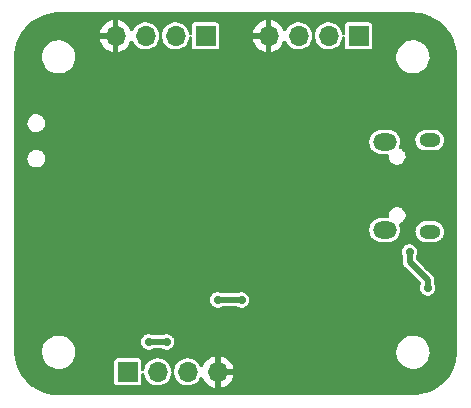
<source format=gbr>
%TF.GenerationSoftware,KiCad,Pcbnew,(6.0.10)*%
%TF.CreationDate,2024-12-04T22:05:22+05:30*%
%TF.ProjectId,STM32 Based PCB Design,53544d33-3220-4426-9173-656420504342,rev?*%
%TF.SameCoordinates,Original*%
%TF.FileFunction,Copper,L2,Bot*%
%TF.FilePolarity,Positive*%
%FSLAX46Y46*%
G04 Gerber Fmt 4.6, Leading zero omitted, Abs format (unit mm)*
G04 Created by KiCad (PCBNEW (6.0.10)) date 2024-12-04 22:05:22*
%MOMM*%
%LPD*%
G01*
G04 APERTURE LIST*
%TA.AperFunction,ComponentPad*%
%ADD10O,2.000000X1.450000*%
%TD*%
%TA.AperFunction,ComponentPad*%
%ADD11O,1.800000X1.150000*%
%TD*%
%TA.AperFunction,ComponentPad*%
%ADD12R,1.700000X1.700000*%
%TD*%
%TA.AperFunction,ComponentPad*%
%ADD13O,1.700000X1.700000*%
%TD*%
%TA.AperFunction,ViaPad*%
%ADD14C,0.700000*%
%TD*%
%TA.AperFunction,Conductor*%
%ADD15C,0.500000*%
%TD*%
G04 APERTURE END LIST*
D10*
%TO.P,J4,6,Shield*%
%TO.N,unconnected-(J4-Pad6)*%
X216336000Y-85429000D03*
D11*
X220136000Y-93029000D03*
D10*
X216336000Y-92879000D03*
D11*
X220136000Y-85279000D03*
%TD*%
D12*
%TO.P,J3,1,Pin_1*%
%TO.N,+3.3V*%
X214112000Y-76454000D03*
D13*
%TO.P,J3,2,Pin_2*%
%TO.N,/SWDIO*%
X211572000Y-76454000D03*
%TO.P,J3,3,Pin_3*%
%TO.N,/SWCLK*%
X209032000Y-76454000D03*
%TO.P,J3,4,Pin_4*%
%TO.N,GND*%
X206492000Y-76454000D03*
%TD*%
D12*
%TO.P,J1,1,Pin_1*%
%TO.N,+3.3V*%
X194574000Y-104902000D03*
D13*
%TO.P,J1,2,Pin_2*%
%TO.N,/I2C2_SCL*%
X197114000Y-104902000D03*
%TO.P,J1,3,Pin_3*%
%TO.N,/I2C2_SDA*%
X199654000Y-104902000D03*
%TO.P,J1,4,Pin_4*%
%TO.N,GND*%
X202194000Y-104902000D03*
%TD*%
D12*
%TO.P,J2,1,Pin_1*%
%TO.N,+3.3V*%
X201158000Y-76454000D03*
D13*
%TO.P,J2,2,Pin_2*%
%TO.N,/UART1_RX*%
X198618000Y-76454000D03*
%TO.P,J2,3,Pin_3*%
%TO.N,/UART1_TX*%
X196078000Y-76454000D03*
%TO.P,J2,4,Pin_4*%
%TO.N,GND*%
X193538000Y-76454000D03*
%TD*%
D14*
%TO.N,+3.3V*%
X219964000Y-97790000D03*
X218440000Y-94742000D03*
X196342000Y-102362000D03*
X202184000Y-98806000D03*
X197866000Y-102362000D03*
X204216000Y-98806000D03*
%TO.N,GND*%
X213106000Y-93472000D03*
X216916000Y-98044000D03*
X199390000Y-91694000D03*
X213614000Y-97282000D03*
X194564000Y-86614000D03*
X204324000Y-93072000D03*
X209042000Y-88625499D03*
X201676000Y-96266000D03*
X195834000Y-85598000D03*
X188976000Y-82042000D03*
X213106000Y-92456000D03*
X199644000Y-87630000D03*
X219964000Y-96012000D03*
X195580000Y-89916000D03*
X192874000Y-86956000D03*
X194818000Y-95250000D03*
X194818000Y-98552000D03*
X215138000Y-87884000D03*
X212598000Y-97282000D03*
%TD*%
D15*
%TO.N,+3.3V*%
X219964000Y-97282000D02*
X219964000Y-97790000D01*
X218440000Y-94742000D02*
X218440000Y-95619371D01*
X204216000Y-98806000D02*
X202184000Y-98806000D01*
X197866000Y-102362000D02*
X196342000Y-102362000D01*
X219964000Y-97143371D02*
X219964000Y-97282000D01*
X218440000Y-95619371D02*
X219964000Y-97143371D01*
%TD*%
%TA.AperFunction,Conductor*%
%TO.N,GND*%
G36*
X218662423Y-74470298D02*
G01*
X218678893Y-74473134D01*
X218689567Y-74471208D01*
X218696535Y-74471180D01*
X218713343Y-74470057D01*
X219042675Y-74484951D01*
X219054819Y-74486101D01*
X219409207Y-74537351D01*
X219421166Y-74539686D01*
X219755760Y-74622292D01*
X219768796Y-74625511D01*
X219780482Y-74629014D01*
X220118001Y-74748586D01*
X220129286Y-74753221D01*
X220453418Y-74905380D01*
X220464177Y-74911093D01*
X220599543Y-74991743D01*
X220771790Y-75094367D01*
X220781951Y-75101119D01*
X221070068Y-75313738D01*
X221079516Y-75321457D01*
X221345330Y-75561346D01*
X221353974Y-75569955D01*
X221451371Y-75677009D01*
X221590330Y-75829747D01*
X221594938Y-75834812D01*
X221602689Y-75844223D01*
X221748332Y-76039931D01*
X221816461Y-76131479D01*
X221823252Y-76141609D01*
X222007766Y-76448490D01*
X222013521Y-76459225D01*
X222166983Y-76782746D01*
X222171660Y-76794006D01*
X222201977Y-76878501D01*
X222292589Y-77131045D01*
X222296139Y-77142717D01*
X222383359Y-77489994D01*
X222385745Y-77501958D01*
X222438418Y-77856127D01*
X222439617Y-77868268D01*
X222442923Y-77935388D01*
X222454530Y-78171031D01*
X222455828Y-78197393D01*
X222454748Y-78214598D01*
X222454748Y-78221316D01*
X222452864Y-78232000D01*
X222454748Y-78242683D01*
X222455616Y-78247606D01*
X222457500Y-78269139D01*
X222457500Y-103086861D01*
X222455616Y-103108391D01*
X222452864Y-103124000D01*
X222454748Y-103134684D01*
X222454748Y-103141609D01*
X222455807Y-103158467D01*
X222440368Y-103472749D01*
X222439677Y-103486805D01*
X222438484Y-103498912D01*
X222386097Y-103852080D01*
X222386079Y-103852198D01*
X222383707Y-103864121D01*
X222340815Y-104035357D01*
X222296926Y-104210573D01*
X222293394Y-104222217D01*
X222173073Y-104558493D01*
X222168416Y-104569736D01*
X222015713Y-104892600D01*
X222009976Y-104903332D01*
X221826370Y-105209659D01*
X221819610Y-105219777D01*
X221606851Y-105506650D01*
X221599131Y-105516056D01*
X221359287Y-105780682D01*
X221350682Y-105789287D01*
X221086056Y-106029131D01*
X221076650Y-106036851D01*
X220789777Y-106249610D01*
X220779659Y-106256370D01*
X220473332Y-106439976D01*
X220462600Y-106445713D01*
X220139736Y-106598416D01*
X220128493Y-106603073D01*
X219792217Y-106723394D01*
X219780573Y-106726926D01*
X219434121Y-106813707D01*
X219422206Y-106816077D01*
X219068912Y-106868484D01*
X219056808Y-106869677D01*
X218728467Y-106885807D01*
X218711609Y-106884748D01*
X218704684Y-106884748D01*
X218694000Y-106882864D01*
X218678391Y-106885616D01*
X218656861Y-106887500D01*
X188518978Y-106887500D01*
X188509064Y-106886309D01*
X188509034Y-106886766D01*
X188498206Y-106886067D01*
X188487668Y-106883499D01*
X188476884Y-106884690D01*
X188470683Y-106884290D01*
X188453023Y-106884276D01*
X188140392Y-106849249D01*
X188128887Y-106847407D01*
X187792829Y-106777283D01*
X187781546Y-106774369D01*
X187453548Y-106672957D01*
X187442587Y-106668994D01*
X187125585Y-106537203D01*
X187115049Y-106532229D01*
X186811837Y-106371220D01*
X186801816Y-106365278D01*
X186515083Y-106176479D01*
X186505665Y-106169622D01*
X186237933Y-105954692D01*
X186229213Y-105946989D01*
X186074346Y-105796646D01*
X193423500Y-105796646D01*
X193426618Y-105822846D01*
X193472061Y-105925153D01*
X193551287Y-106004241D01*
X193561758Y-106008870D01*
X193561759Y-106008871D01*
X193645147Y-106045737D01*
X193645149Y-106045738D01*
X193653673Y-106049506D01*
X193679354Y-106052500D01*
X195468646Y-106052500D01*
X195472300Y-106052065D01*
X195472302Y-106052065D01*
X195477266Y-106051474D01*
X195494846Y-106049382D01*
X195597153Y-106003939D01*
X195676241Y-105924713D01*
X195721506Y-105822327D01*
X195724500Y-105796646D01*
X195724500Y-105082300D01*
X195744185Y-105015261D01*
X195796989Y-104969506D01*
X195866147Y-104959562D01*
X195929703Y-104988587D01*
X195967477Y-105047365D01*
X195972234Y-105074190D01*
X195972423Y-105077072D01*
X195972425Y-105077082D01*
X195972796Y-105082749D01*
X196024845Y-105287690D01*
X196027219Y-105292841D01*
X196027221Y-105292845D01*
X196064908Y-105374594D01*
X196113369Y-105479714D01*
X196235405Y-105652391D01*
X196386865Y-105799937D01*
X196391588Y-105803093D01*
X196391592Y-105803096D01*
X196462663Y-105850584D01*
X196562677Y-105917411D01*
X196756953Y-106000878D01*
X196792277Y-106008871D01*
X196957638Y-106046289D01*
X196957642Y-106046290D01*
X196963186Y-106047544D01*
X197089315Y-106052500D01*
X197168789Y-106055623D01*
X197168791Y-106055623D01*
X197174470Y-106055846D01*
X197180090Y-106055031D01*
X197180092Y-106055031D01*
X197378103Y-106026320D01*
X197378104Y-106026320D01*
X197383730Y-106025504D01*
X197402588Y-106019103D01*
X197578565Y-105959367D01*
X197578568Y-105959366D01*
X197583955Y-105957537D01*
X197588916Y-105954759D01*
X197588922Y-105954756D01*
X197695530Y-105895052D01*
X197768442Y-105854219D01*
X197806165Y-105822846D01*
X197926645Y-105722644D01*
X197931012Y-105719012D01*
X197973282Y-105668188D01*
X198062584Y-105560813D01*
X198062585Y-105560811D01*
X198066219Y-105556442D01*
X198132479Y-105438127D01*
X198166756Y-105376922D01*
X198166759Y-105376916D01*
X198169537Y-105371955D01*
X198185232Y-105325721D01*
X198235675Y-105177118D01*
X198237504Y-105171730D01*
X198239726Y-105156404D01*
X198261820Y-105004033D01*
X198290921Y-104940512D01*
X198344225Y-104906346D01*
X198424974Y-104906346D01*
X198478347Y-104940736D01*
X198507296Y-105004327D01*
X198508271Y-105013707D01*
X198512796Y-105082749D01*
X198564845Y-105287690D01*
X198567219Y-105292841D01*
X198567221Y-105292845D01*
X198604908Y-105374594D01*
X198653369Y-105479714D01*
X198775405Y-105652391D01*
X198926865Y-105799937D01*
X198931588Y-105803093D01*
X198931592Y-105803096D01*
X199002663Y-105850584D01*
X199102677Y-105917411D01*
X199296953Y-106000878D01*
X199332277Y-106008871D01*
X199497638Y-106046289D01*
X199497642Y-106046290D01*
X199503186Y-106047544D01*
X199629315Y-106052500D01*
X199708789Y-106055623D01*
X199708791Y-106055623D01*
X199714470Y-106055846D01*
X199720090Y-106055031D01*
X199720092Y-106055031D01*
X199918103Y-106026320D01*
X199918104Y-106026320D01*
X199923730Y-106025504D01*
X199942588Y-106019103D01*
X200118565Y-105959367D01*
X200118568Y-105959366D01*
X200123955Y-105957537D01*
X200128916Y-105954759D01*
X200128922Y-105954756D01*
X200235530Y-105895052D01*
X200308442Y-105854219D01*
X200346165Y-105822846D01*
X200466645Y-105722644D01*
X200471012Y-105719012D01*
X200513282Y-105668188D01*
X200602584Y-105560813D01*
X200602585Y-105560811D01*
X200606219Y-105556442D01*
X200708059Y-105374594D01*
X200757990Y-105325721D01*
X200826418Y-105311601D01*
X200891617Y-105336717D01*
X200928630Y-105382778D01*
X201018110Y-105574667D01*
X201023508Y-105584017D01*
X201152784Y-105768643D01*
X201159719Y-105776907D01*
X201319091Y-105936279D01*
X201327357Y-105943215D01*
X201511992Y-106072498D01*
X201521324Y-106077886D01*
X201725603Y-106173143D01*
X201735736Y-106176832D01*
X201926779Y-106228022D01*
X201940653Y-106227691D01*
X201944000Y-106219875D01*
X201944000Y-106214806D01*
X202444000Y-106214806D01*
X202447910Y-106228123D01*
X202456326Y-106229333D01*
X202652264Y-106176832D01*
X202662397Y-106173143D01*
X202866676Y-106077886D01*
X202876008Y-106072498D01*
X203060643Y-105943215D01*
X203068909Y-105936279D01*
X203228281Y-105776907D01*
X203235216Y-105768643D01*
X203364492Y-105584017D01*
X203369890Y-105574667D01*
X203465143Y-105370397D01*
X203468832Y-105360264D01*
X203520022Y-105169221D01*
X203519691Y-105155347D01*
X203511875Y-105152000D01*
X202461830Y-105152000D01*
X202446831Y-105156404D01*
X202445644Y-105157774D01*
X202444000Y-105165332D01*
X202444000Y-106214806D01*
X201944000Y-106214806D01*
X201944000Y-104634170D01*
X202444000Y-104634170D01*
X202448404Y-104649169D01*
X202449774Y-104650356D01*
X202457332Y-104652000D01*
X203506806Y-104652000D01*
X203520123Y-104648090D01*
X203521333Y-104639674D01*
X203468832Y-104443736D01*
X203465143Y-104433603D01*
X203369890Y-104229333D01*
X203364492Y-104219983D01*
X203235216Y-104035357D01*
X203228281Y-104027093D01*
X203068909Y-103867721D01*
X203060643Y-103860785D01*
X202876008Y-103731502D01*
X202866676Y-103726114D01*
X202662397Y-103630857D01*
X202652264Y-103627168D01*
X202461221Y-103575978D01*
X202447347Y-103576309D01*
X202444000Y-103584125D01*
X202444000Y-104634170D01*
X201944000Y-104634170D01*
X201944000Y-103589194D01*
X201940090Y-103575877D01*
X201931674Y-103574667D01*
X201735736Y-103627168D01*
X201725603Y-103630857D01*
X201521333Y-103726110D01*
X201511983Y-103731508D01*
X201327357Y-103860784D01*
X201319093Y-103867719D01*
X201159719Y-104027093D01*
X201152784Y-104035357D01*
X201023508Y-104219983D01*
X201018110Y-104229333D01*
X200926664Y-104425438D01*
X200880491Y-104477877D01*
X200813298Y-104497029D01*
X200746417Y-104476813D01*
X200703071Y-104427878D01*
X200639165Y-104298290D01*
X200512651Y-104128867D01*
X200508481Y-104125012D01*
X200508478Y-104125009D01*
X200402552Y-104027093D01*
X200357381Y-103985337D01*
X200351574Y-103981673D01*
X200183363Y-103875539D01*
X200183361Y-103875538D01*
X200178554Y-103872505D01*
X199982160Y-103794152D01*
X199976579Y-103793042D01*
X199976576Y-103793041D01*
X199878468Y-103773527D01*
X199774775Y-103752901D01*
X199769088Y-103752827D01*
X199769083Y-103752826D01*
X199569034Y-103750207D01*
X199569029Y-103750207D01*
X199563346Y-103750133D01*
X199557742Y-103751096D01*
X199557741Y-103751096D01*
X199360550Y-103784979D01*
X199360547Y-103784980D01*
X199354953Y-103785941D01*
X199156575Y-103859127D01*
X199151697Y-103862029D01*
X199151695Y-103862030D01*
X198979740Y-103964332D01*
X198979737Y-103964334D01*
X198974856Y-103967238D01*
X198815881Y-104106655D01*
X198812362Y-104111119D01*
X198812359Y-104111122D01*
X198761836Y-104175211D01*
X198684976Y-104272708D01*
X198586523Y-104459836D01*
X198584837Y-104465267D01*
X198584835Y-104465271D01*
X198556117Y-104557760D01*
X198523820Y-104661773D01*
X198506851Y-104805140D01*
X198479425Y-104869398D01*
X198424974Y-104906346D01*
X198344225Y-104906346D01*
X198344667Y-104906063D01*
X198292057Y-104874081D01*
X198261453Y-104811271D01*
X198260232Y-104801909D01*
X198250601Y-104697100D01*
X198250081Y-104691440D01*
X198192686Y-104487931D01*
X198099165Y-104298290D01*
X197972651Y-104128867D01*
X197968481Y-104125012D01*
X197968478Y-104125009D01*
X197862552Y-104027093D01*
X197817381Y-103985337D01*
X197811574Y-103981673D01*
X197643363Y-103875539D01*
X197643361Y-103875538D01*
X197638554Y-103872505D01*
X197442160Y-103794152D01*
X197436579Y-103793042D01*
X197436576Y-103793041D01*
X197338468Y-103773527D01*
X197234775Y-103752901D01*
X197229088Y-103752827D01*
X197229083Y-103752826D01*
X197029034Y-103750207D01*
X197029029Y-103750207D01*
X197023346Y-103750133D01*
X197017742Y-103751096D01*
X197017741Y-103751096D01*
X196820550Y-103784979D01*
X196820547Y-103784980D01*
X196814953Y-103785941D01*
X196616575Y-103859127D01*
X196611697Y-103862029D01*
X196611695Y-103862030D01*
X196439740Y-103964332D01*
X196439737Y-103964334D01*
X196434856Y-103967238D01*
X196275881Y-104106655D01*
X196272362Y-104111119D01*
X196272359Y-104111122D01*
X196221836Y-104175211D01*
X196144976Y-104272708D01*
X196046523Y-104459836D01*
X196044837Y-104465267D01*
X196044835Y-104465271D01*
X196016117Y-104557760D01*
X195983820Y-104661773D01*
X195983152Y-104667418D01*
X195983151Y-104667422D01*
X195971640Y-104764681D01*
X195944213Y-104828942D01*
X195886397Y-104868173D01*
X195816549Y-104869919D01*
X195756845Y-104833625D01*
X195726241Y-104770814D01*
X195724500Y-104750106D01*
X195724500Y-104007354D01*
X195721382Y-103981154D01*
X195675939Y-103878847D01*
X195596713Y-103799759D01*
X195586242Y-103795130D01*
X195586241Y-103795129D01*
X195502853Y-103758263D01*
X195502851Y-103758262D01*
X195494327Y-103754494D01*
X195468646Y-103751500D01*
X193679354Y-103751500D01*
X193675700Y-103751935D01*
X193675698Y-103751935D01*
X193670734Y-103752526D01*
X193653154Y-103754618D01*
X193550847Y-103800061D01*
X193471759Y-103879287D01*
X193467130Y-103889758D01*
X193467129Y-103889759D01*
X193432543Y-103967991D01*
X193426494Y-103981673D01*
X193423500Y-104007354D01*
X193423500Y-105796646D01*
X186074346Y-105796646D01*
X185982889Y-105707861D01*
X185974913Y-105699354D01*
X185752159Y-105438127D01*
X185745014Y-105428902D01*
X185547814Y-105147910D01*
X185541567Y-105138053D01*
X185371649Y-104839756D01*
X185366357Y-104829356D01*
X185225233Y-104516412D01*
X185220942Y-104505560D01*
X185109864Y-104180737D01*
X185106612Y-104169530D01*
X185026560Y-103835710D01*
X185024375Y-103824247D01*
X184996358Y-103627168D01*
X184976056Y-103484359D01*
X184974960Y-103472749D01*
X184971689Y-103403295D01*
X184960501Y-103165789D01*
X187317996Y-103165789D01*
X187326913Y-103403295D01*
X187327990Y-103408430D01*
X187327991Y-103408435D01*
X187365918Y-103589194D01*
X187375719Y-103635904D01*
X187463020Y-103856963D01*
X187465741Y-103861447D01*
X187465743Y-103861451D01*
X187552061Y-104003698D01*
X187586319Y-104060153D01*
X187742090Y-104239664D01*
X187925880Y-104390362D01*
X187930441Y-104392958D01*
X187930442Y-104392959D01*
X188127875Y-104505345D01*
X188127880Y-104505347D01*
X188132433Y-104507939D01*
X188355844Y-104589034D01*
X188589725Y-104631326D01*
X188614619Y-104632500D01*
X188781680Y-104632500D01*
X188784296Y-104632278D01*
X188784297Y-104632278D01*
X188953590Y-104617913D01*
X188958823Y-104617469D01*
X189188874Y-104557760D01*
X189405576Y-104460143D01*
X189602732Y-104327409D01*
X189774705Y-104163355D01*
X189916579Y-103972670D01*
X189967505Y-103872505D01*
X190021913Y-103765493D01*
X190021915Y-103765488D01*
X190024295Y-103760807D01*
X190026256Y-103754494D01*
X190093215Y-103538848D01*
X190094775Y-103533824D01*
X190126004Y-103298211D01*
X190121032Y-103165789D01*
X217317996Y-103165789D01*
X217326913Y-103403295D01*
X217327990Y-103408430D01*
X217327991Y-103408435D01*
X217365918Y-103589194D01*
X217375719Y-103635904D01*
X217463020Y-103856963D01*
X217465741Y-103861447D01*
X217465743Y-103861451D01*
X217552061Y-104003698D01*
X217586319Y-104060153D01*
X217742090Y-104239664D01*
X217925880Y-104390362D01*
X217930441Y-104392958D01*
X217930442Y-104392959D01*
X218127875Y-104505345D01*
X218127880Y-104505347D01*
X218132433Y-104507939D01*
X218355844Y-104589034D01*
X218589725Y-104631326D01*
X218614619Y-104632500D01*
X218781680Y-104632500D01*
X218784296Y-104632278D01*
X218784297Y-104632278D01*
X218953590Y-104617913D01*
X218958823Y-104617469D01*
X219188874Y-104557760D01*
X219405576Y-104460143D01*
X219602732Y-104327409D01*
X219774705Y-104163355D01*
X219916579Y-103972670D01*
X219967505Y-103872505D01*
X220021913Y-103765493D01*
X220021915Y-103765488D01*
X220024295Y-103760807D01*
X220026256Y-103754494D01*
X220093215Y-103538848D01*
X220094775Y-103533824D01*
X220126004Y-103298211D01*
X220119062Y-103113317D01*
X220117284Y-103065949D01*
X220117284Y-103065948D01*
X220117087Y-103060705D01*
X220107198Y-103013571D01*
X220069361Y-102833242D01*
X220069360Y-102833239D01*
X220068281Y-102828096D01*
X220061291Y-102810395D01*
X220011277Y-102683754D01*
X219980980Y-102607037D01*
X219935203Y-102531598D01*
X219860408Y-102408341D01*
X219857681Y-102403847D01*
X219701910Y-102224336D01*
X219518120Y-102073638D01*
X219503662Y-102065408D01*
X219316125Y-101958655D01*
X219316120Y-101958653D01*
X219311567Y-101956061D01*
X219088156Y-101874966D01*
X218854275Y-101832674D01*
X218829381Y-101831500D01*
X218662320Y-101831500D01*
X218659704Y-101831722D01*
X218659703Y-101831722D01*
X218648484Y-101832674D01*
X218485177Y-101846531D01*
X218255126Y-101906240D01*
X218038424Y-102003857D01*
X217841268Y-102136591D01*
X217669295Y-102300645D01*
X217527421Y-102491330D01*
X217525042Y-102496008D01*
X217525042Y-102496009D01*
X217432675Y-102677683D01*
X217419705Y-102703193D01*
X217418146Y-102708213D01*
X217418145Y-102708216D01*
X217387925Y-102805542D01*
X217349225Y-102930176D01*
X217348534Y-102935386D01*
X217348534Y-102935388D01*
X217320804Y-103144606D01*
X217317996Y-103165789D01*
X190121032Y-103165789D01*
X190119062Y-103113317D01*
X190117284Y-103065949D01*
X190117284Y-103065948D01*
X190117087Y-103060705D01*
X190107198Y-103013571D01*
X190069361Y-102833242D01*
X190069360Y-102833239D01*
X190068281Y-102828096D01*
X190061291Y-102810395D01*
X190011277Y-102683754D01*
X189980980Y-102607037D01*
X189935203Y-102531598D01*
X189860408Y-102408341D01*
X189857681Y-102403847D01*
X189815414Y-102355138D01*
X195686758Y-102355138D01*
X195687578Y-102362566D01*
X195687578Y-102362568D01*
X195700814Y-102482459D01*
X195704035Y-102511633D01*
X195758143Y-102659490D01*
X195845958Y-102790172D01*
X195868183Y-102810395D01*
X195956878Y-102891102D01*
X195956882Y-102891105D01*
X195962410Y-102896135D01*
X195968980Y-102899702D01*
X195968981Y-102899703D01*
X196094208Y-102967696D01*
X196100776Y-102971262D01*
X196203031Y-102998088D01*
X196245841Y-103009319D01*
X196245843Y-103009319D01*
X196253069Y-103011215D01*
X196330127Y-103012425D01*
X196403025Y-103013571D01*
X196403028Y-103013571D01*
X196410495Y-103013688D01*
X196417776Y-103012020D01*
X196417780Y-103012020D01*
X196556677Y-102980208D01*
X196556678Y-102980208D01*
X196563968Y-102978538D01*
X196668981Y-102925722D01*
X196724697Y-102912500D01*
X197485058Y-102912500D01*
X197544226Y-102927527D01*
X197624776Y-102971262D01*
X197727031Y-102998088D01*
X197769841Y-103009319D01*
X197769843Y-103009319D01*
X197777069Y-103011215D01*
X197854127Y-103012425D01*
X197927025Y-103013571D01*
X197927028Y-103013571D01*
X197934495Y-103013688D01*
X197941776Y-103012020D01*
X197941780Y-103012020D01*
X198080681Y-102980207D01*
X198087968Y-102978538D01*
X198228625Y-102907795D01*
X198234306Y-102902943D01*
X198234309Y-102902941D01*
X198342666Y-102810395D01*
X198342667Y-102810394D01*
X198348348Y-102805542D01*
X198359393Y-102790172D01*
X198379798Y-102761775D01*
X198440224Y-102677683D01*
X198498950Y-102531598D01*
X198500793Y-102518649D01*
X198520562Y-102379744D01*
X198520562Y-102379740D01*
X198521134Y-102375723D01*
X198521278Y-102362000D01*
X198513853Y-102300645D01*
X198503262Y-102213119D01*
X198503261Y-102213115D01*
X198502363Y-102205694D01*
X198453721Y-102076966D01*
X198449354Y-102065408D01*
X198449352Y-102065405D01*
X198446710Y-102058412D01*
X198409215Y-102003857D01*
X198361768Y-101934821D01*
X198361765Y-101934818D01*
X198357531Y-101928657D01*
X198297270Y-101874966D01*
X198245559Y-101828893D01*
X198245558Y-101828892D01*
X198239976Y-101823919D01*
X198100831Y-101750245D01*
X197948128Y-101711889D01*
X197866329Y-101711461D01*
X197798158Y-101711104D01*
X197798157Y-101711104D01*
X197790684Y-101711065D01*
X197783421Y-101712809D01*
X197783418Y-101712809D01*
X197714136Y-101729442D01*
X197637588Y-101747820D01*
X197572418Y-101781457D01*
X197540968Y-101797689D01*
X197484096Y-101811500D01*
X196723324Y-101811500D01*
X196665301Y-101797087D01*
X196583443Y-101753745D01*
X196583437Y-101753743D01*
X196576831Y-101750245D01*
X196424128Y-101711889D01*
X196342329Y-101711461D01*
X196274158Y-101711104D01*
X196274157Y-101711104D01*
X196266684Y-101711065D01*
X196259421Y-101712809D01*
X196259418Y-101712809D01*
X196190136Y-101729442D01*
X196113588Y-101747820D01*
X195973679Y-101820032D01*
X195968048Y-101824945D01*
X195968047Y-101824945D01*
X195959407Y-101832482D01*
X195855034Y-101923533D01*
X195764501Y-102052348D01*
X195707309Y-102199039D01*
X195686758Y-102355138D01*
X189815414Y-102355138D01*
X189701910Y-102224336D01*
X189518120Y-102073638D01*
X189503662Y-102065408D01*
X189316125Y-101958655D01*
X189316120Y-101958653D01*
X189311567Y-101956061D01*
X189088156Y-101874966D01*
X188854275Y-101832674D01*
X188829381Y-101831500D01*
X188662320Y-101831500D01*
X188659704Y-101831722D01*
X188659703Y-101831722D01*
X188648484Y-101832674D01*
X188485177Y-101846531D01*
X188255126Y-101906240D01*
X188038424Y-102003857D01*
X187841268Y-102136591D01*
X187669295Y-102300645D01*
X187527421Y-102491330D01*
X187525042Y-102496008D01*
X187525042Y-102496009D01*
X187432675Y-102677683D01*
X187419705Y-102703193D01*
X187418146Y-102708213D01*
X187418145Y-102708216D01*
X187387925Y-102805542D01*
X187349225Y-102930176D01*
X187348534Y-102935386D01*
X187348534Y-102935388D01*
X187320804Y-103144606D01*
X187317996Y-103165789D01*
X184960501Y-103165789D01*
X184960152Y-103158385D01*
X184961253Y-103141140D01*
X184961253Y-103134681D01*
X184963136Y-103124000D01*
X184960384Y-103108391D01*
X184958500Y-103086861D01*
X184958500Y-98799138D01*
X201528758Y-98799138D01*
X201529578Y-98806566D01*
X201529578Y-98806568D01*
X201531474Y-98823744D01*
X201546035Y-98955633D01*
X201600143Y-99103490D01*
X201687958Y-99234172D01*
X201710183Y-99254395D01*
X201798878Y-99335102D01*
X201798882Y-99335105D01*
X201804410Y-99340135D01*
X201810980Y-99343702D01*
X201810981Y-99343703D01*
X201936208Y-99411696D01*
X201942776Y-99415262D01*
X202045031Y-99442088D01*
X202087841Y-99453319D01*
X202087843Y-99453319D01*
X202095069Y-99455215D01*
X202172127Y-99456425D01*
X202245025Y-99457571D01*
X202245028Y-99457571D01*
X202252495Y-99457688D01*
X202259776Y-99456020D01*
X202259780Y-99456020D01*
X202398677Y-99424208D01*
X202398678Y-99424208D01*
X202405968Y-99422538D01*
X202510981Y-99369722D01*
X202566697Y-99356500D01*
X203835058Y-99356500D01*
X203894226Y-99371527D01*
X203974776Y-99415262D01*
X204077031Y-99442088D01*
X204119841Y-99453319D01*
X204119843Y-99453319D01*
X204127069Y-99455215D01*
X204204127Y-99456425D01*
X204277025Y-99457571D01*
X204277028Y-99457571D01*
X204284495Y-99457688D01*
X204291776Y-99456020D01*
X204291780Y-99456020D01*
X204430681Y-99424207D01*
X204437968Y-99422538D01*
X204578625Y-99351795D01*
X204584306Y-99346943D01*
X204584309Y-99346941D01*
X204692666Y-99254395D01*
X204692667Y-99254394D01*
X204698348Y-99249542D01*
X204709393Y-99234172D01*
X204729798Y-99205775D01*
X204790224Y-99121683D01*
X204848950Y-98975598D01*
X204850793Y-98962649D01*
X204870562Y-98823744D01*
X204870562Y-98823740D01*
X204871134Y-98819723D01*
X204871278Y-98806000D01*
X204852363Y-98649694D01*
X204796710Y-98502412D01*
X204753356Y-98439332D01*
X204711768Y-98378821D01*
X204711765Y-98378818D01*
X204707531Y-98372657D01*
X204589976Y-98267919D01*
X204450831Y-98194245D01*
X204298128Y-98155889D01*
X204216329Y-98155461D01*
X204148158Y-98155104D01*
X204148157Y-98155104D01*
X204140684Y-98155065D01*
X204133421Y-98156809D01*
X204133418Y-98156809D01*
X204064136Y-98173442D01*
X203987588Y-98191820D01*
X203948558Y-98211965D01*
X203890968Y-98241689D01*
X203834096Y-98255500D01*
X202565324Y-98255500D01*
X202507301Y-98241087D01*
X202425443Y-98197745D01*
X202425437Y-98197743D01*
X202418831Y-98194245D01*
X202266128Y-98155889D01*
X202184329Y-98155461D01*
X202116158Y-98155104D01*
X202116157Y-98155104D01*
X202108684Y-98155065D01*
X202101421Y-98156809D01*
X202101418Y-98156809D01*
X202032136Y-98173442D01*
X201955588Y-98191820D01*
X201815679Y-98264032D01*
X201697034Y-98367533D01*
X201606501Y-98496348D01*
X201549309Y-98643039D01*
X201528758Y-98799138D01*
X184958500Y-98799138D01*
X184958500Y-94735138D01*
X217784758Y-94735138D01*
X217785578Y-94742566D01*
X217785578Y-94742568D01*
X217787474Y-94759744D01*
X217802035Y-94891633D01*
X217856143Y-95039490D01*
X217860315Y-95045698D01*
X217868420Y-95057760D01*
X217889500Y-95126922D01*
X217889500Y-95604414D01*
X217889391Y-95609606D01*
X217886790Y-95671665D01*
X217888721Y-95679896D01*
X217888721Y-95679900D01*
X217896747Y-95714118D01*
X217898876Y-95725603D01*
X217904794Y-95768803D01*
X217908151Y-95776560D01*
X217910834Y-95782760D01*
X217917758Y-95803696D01*
X217921232Y-95818507D01*
X217925305Y-95825915D01*
X217942238Y-95856717D01*
X217947376Y-95867206D01*
X217961337Y-95899468D01*
X217961340Y-95899473D01*
X217964695Y-95907226D01*
X217970012Y-95913792D01*
X217970013Y-95913794D01*
X217974267Y-95919047D01*
X217986557Y-95937336D01*
X217993893Y-95950679D01*
X218000897Y-95958793D01*
X218025509Y-95983405D01*
X218034194Y-95993050D01*
X218059614Y-96024441D01*
X218075084Y-96035435D01*
X218090934Y-96048830D01*
X219369499Y-97327395D01*
X219402984Y-97388718D01*
X219398000Y-97458410D01*
X219391099Y-97473674D01*
X219390801Y-97474229D01*
X219386501Y-97480348D01*
X219329309Y-97627039D01*
X219308758Y-97783138D01*
X219309578Y-97790566D01*
X219309578Y-97790568D01*
X219311474Y-97807744D01*
X219326035Y-97939633D01*
X219380143Y-98087490D01*
X219467958Y-98218172D01*
X219493803Y-98241689D01*
X219578878Y-98319102D01*
X219578882Y-98319105D01*
X219584410Y-98324135D01*
X219590980Y-98327702D01*
X219590981Y-98327703D01*
X219716208Y-98395696D01*
X219722776Y-98399262D01*
X219825031Y-98426088D01*
X219867841Y-98437319D01*
X219867843Y-98437319D01*
X219875069Y-98439215D01*
X219952127Y-98440425D01*
X220025025Y-98441571D01*
X220025028Y-98441571D01*
X220032495Y-98441688D01*
X220039776Y-98440020D01*
X220039780Y-98440020D01*
X220178681Y-98408207D01*
X220185968Y-98406538D01*
X220326625Y-98335795D01*
X220332306Y-98330943D01*
X220332309Y-98330941D01*
X220440666Y-98238395D01*
X220440667Y-98238394D01*
X220446348Y-98233542D01*
X220457393Y-98218172D01*
X220502739Y-98155065D01*
X220538224Y-98105683D01*
X220596950Y-97959598D01*
X220598793Y-97946649D01*
X220618562Y-97807744D01*
X220618562Y-97807740D01*
X220619134Y-97803723D01*
X220619278Y-97790000D01*
X220600363Y-97633694D01*
X220544710Y-97486412D01*
X220540476Y-97480251D01*
X220540473Y-97480246D01*
X220536310Y-97474190D01*
X220514500Y-97403954D01*
X220514500Y-97158328D01*
X220514609Y-97153135D01*
X220516856Y-97099525D01*
X220516856Y-97099524D01*
X220517210Y-97091077D01*
X220515279Y-97082846D01*
X220515279Y-97082842D01*
X220507253Y-97048624D01*
X220505123Y-97037135D01*
X220500353Y-97002311D01*
X220500353Y-97002310D01*
X220499206Y-96993939D01*
X220493166Y-96979981D01*
X220486242Y-96959046D01*
X220484699Y-96952465D01*
X220484697Y-96952460D01*
X220482768Y-96944235D01*
X220478695Y-96936826D01*
X220461760Y-96906020D01*
X220456621Y-96895530D01*
X220442664Y-96863279D01*
X220439305Y-96855516D01*
X220433981Y-96848941D01*
X220429732Y-96843693D01*
X220417436Y-96825396D01*
X220413237Y-96817757D01*
X220413234Y-96817752D01*
X220410106Y-96812063D01*
X220403102Y-96803949D01*
X220378495Y-96779342D01*
X220369810Y-96769697D01*
X220349705Y-96744870D01*
X220344386Y-96738301D01*
X220337495Y-96733404D01*
X220337493Y-96733402D01*
X220328914Y-96727305D01*
X220313063Y-96713910D01*
X219026819Y-95427666D01*
X218993334Y-95366343D01*
X218990500Y-95339985D01*
X218990500Y-95130630D01*
X219009382Y-95072020D01*
X219006261Y-95070304D01*
X219009864Y-95063750D01*
X219014224Y-95057683D01*
X219072950Y-94911598D01*
X219074793Y-94898649D01*
X219094562Y-94759744D01*
X219094562Y-94759740D01*
X219095134Y-94755723D01*
X219095278Y-94742000D01*
X219076363Y-94585694D01*
X219020710Y-94438412D01*
X219012337Y-94426229D01*
X218935768Y-94314821D01*
X218935765Y-94314818D01*
X218931531Y-94308657D01*
X218813976Y-94203919D01*
X218674831Y-94130245D01*
X218522128Y-94091889D01*
X218440329Y-94091461D01*
X218372158Y-94091104D01*
X218372157Y-94091104D01*
X218364684Y-94091065D01*
X218357421Y-94092809D01*
X218357418Y-94092809D01*
X218288136Y-94109442D01*
X218211588Y-94127820D01*
X218071679Y-94200032D01*
X217953034Y-94303533D01*
X217862501Y-94432348D01*
X217805309Y-94579039D01*
X217784758Y-94735138D01*
X184958500Y-94735138D01*
X184958500Y-92871806D01*
X215030563Y-92871806D01*
X215031112Y-92877839D01*
X215031112Y-92877843D01*
X215040395Y-92979840D01*
X215048790Y-93072089D01*
X215050501Y-93077902D01*
X215050501Y-93077903D01*
X215052944Y-93086203D01*
X215105572Y-93265018D01*
X215198746Y-93443243D01*
X215292919Y-93560370D01*
X215320137Y-93594222D01*
X215324763Y-93599976D01*
X215478823Y-93729248D01*
X215655058Y-93826134D01*
X215660840Y-93827968D01*
X215660842Y-93827969D01*
X215840976Y-93885111D01*
X215840978Y-93885111D01*
X215846755Y-93886944D01*
X215901287Y-93893061D01*
X215999815Y-93904113D01*
X215999821Y-93904113D01*
X216003268Y-93904500D01*
X216661606Y-93904500D01*
X216664621Y-93904204D01*
X216664629Y-93904204D01*
X216805115Y-93890429D01*
X216805117Y-93890429D01*
X216811151Y-93889837D01*
X217003679Y-93831710D01*
X217181249Y-93737294D01*
X217337099Y-93610186D01*
X217465292Y-93455227D01*
X217472203Y-93442446D01*
X217558059Y-93283658D01*
X217558060Y-93283656D01*
X217560945Y-93278320D01*
X217620415Y-93086203D01*
X217631594Y-92979840D01*
X218931711Y-92979840D01*
X218941667Y-93169801D01*
X218992181Y-93353193D01*
X219080898Y-93521460D01*
X219085229Y-93526585D01*
X219085231Y-93526588D01*
X219199345Y-93661624D01*
X219203678Y-93666751D01*
X219209012Y-93670829D01*
X219349456Y-93778207D01*
X219349459Y-93778209D01*
X219354793Y-93782287D01*
X219360882Y-93785126D01*
X219360883Y-93785127D01*
X219521109Y-93859841D01*
X219527193Y-93862678D01*
X219533738Y-93864141D01*
X219533741Y-93864142D01*
X219625890Y-93884740D01*
X219712834Y-93904174D01*
X219718665Y-93904500D01*
X220508517Y-93904500D01*
X220650109Y-93889118D01*
X220830396Y-93828445D01*
X220993447Y-93730474D01*
X221120649Y-93610186D01*
X221126781Y-93604387D01*
X221131658Y-93599775D01*
X221181396Y-93526588D01*
X221234804Y-93448000D01*
X221234806Y-93447997D01*
X221238578Y-93442446D01*
X221241070Y-93436216D01*
X221241072Y-93436212D01*
X221306727Y-93272062D01*
X221309221Y-93265827D01*
X221310318Y-93259202D01*
X221339192Y-93084788D01*
X221339192Y-93084786D01*
X221340289Y-93078160D01*
X221330333Y-92888199D01*
X221279819Y-92704807D01*
X221191102Y-92536540D01*
X221147947Y-92485472D01*
X221072655Y-92396376D01*
X221072653Y-92396374D01*
X221068322Y-92391249D01*
X220984976Y-92327526D01*
X220922544Y-92279793D01*
X220922541Y-92279791D01*
X220917207Y-92275713D01*
X220844367Y-92241747D01*
X220750891Y-92198159D01*
X220744807Y-92195322D01*
X220738262Y-92193859D01*
X220738259Y-92193858D01*
X220626522Y-92168882D01*
X220559166Y-92153826D01*
X220553335Y-92153500D01*
X219763483Y-92153500D01*
X219621891Y-92168882D01*
X219441604Y-92229555D01*
X219278553Y-92327526D01*
X219140342Y-92458225D01*
X219136569Y-92463777D01*
X219136568Y-92463778D01*
X219083083Y-92542480D01*
X219033422Y-92615554D01*
X219030930Y-92621784D01*
X219030928Y-92621788D01*
X219010926Y-92671797D01*
X218962779Y-92792173D01*
X218961683Y-92798796D01*
X218961682Y-92798798D01*
X218947954Y-92881726D01*
X218931711Y-92979840D01*
X217631594Y-92979840D01*
X217641437Y-92886194D01*
X217633484Y-92798798D01*
X217625519Y-92711280D01*
X217623210Y-92685911D01*
X217566428Y-92492982D01*
X217563617Y-92487606D01*
X217561346Y-92481984D01*
X217562705Y-92481435D01*
X217550512Y-92420039D01*
X217576113Y-92355029D01*
X217625618Y-92319100D01*
X217625029Y-92317928D01*
X217769820Y-92245106D01*
X217769822Y-92245105D01*
X217776498Y-92241747D01*
X217782180Y-92236894D01*
X217782183Y-92236892D01*
X217899741Y-92136487D01*
X217905423Y-92131634D01*
X218004361Y-91993947D01*
X218067601Y-91836634D01*
X218091490Y-91668778D01*
X218091645Y-91654000D01*
X218071276Y-91485680D01*
X218011345Y-91327077D01*
X218002657Y-91314436D01*
X217919549Y-91193513D01*
X217919546Y-91193510D01*
X217915312Y-91187349D01*
X217788721Y-91074560D01*
X217774347Y-91066949D01*
X217645489Y-90998723D01*
X217638881Y-90995224D01*
X217474441Y-90953919D01*
X217388248Y-90953468D01*
X217312368Y-90953070D01*
X217312367Y-90953070D01*
X217304895Y-90953031D01*
X217283235Y-90958231D01*
X217147295Y-90990868D01*
X217147293Y-90990869D01*
X217140032Y-90992612D01*
X217133399Y-90996035D01*
X217133395Y-90996037D01*
X217066465Y-91030583D01*
X216989369Y-91070375D01*
X216861604Y-91181831D01*
X216764113Y-91320547D01*
X216702524Y-91478513D01*
X216680394Y-91646611D01*
X216681214Y-91654039D01*
X216681214Y-91654041D01*
X216688043Y-91715893D01*
X216675834Y-91784687D01*
X216628370Y-91835960D01*
X216564792Y-91853500D01*
X216010394Y-91853500D01*
X216007379Y-91853796D01*
X216007371Y-91853796D01*
X215866885Y-91867571D01*
X215866883Y-91867571D01*
X215860849Y-91868163D01*
X215668321Y-91926290D01*
X215490751Y-92020706D01*
X215334901Y-92147814D01*
X215206708Y-92302773D01*
X215203822Y-92308110D01*
X215203821Y-92308112D01*
X215122656Y-92458225D01*
X215111055Y-92479680D01*
X215051585Y-92671797D01*
X215030563Y-92871806D01*
X184958500Y-92871806D01*
X184958500Y-86884862D01*
X186080497Y-86884862D01*
X186110134Y-87057340D01*
X186112957Y-87063973D01*
X186112957Y-87063975D01*
X186141746Y-87131634D01*
X186178654Y-87218373D01*
X186182921Y-87224171D01*
X186182922Y-87224173D01*
X186253148Y-87319598D01*
X186282383Y-87359324D01*
X186287874Y-87363989D01*
X186287875Y-87363990D01*
X186410261Y-87467965D01*
X186410264Y-87467967D01*
X186415755Y-87472632D01*
X186422172Y-87475909D01*
X186422174Y-87475910D01*
X186488616Y-87509837D01*
X186571616Y-87552219D01*
X186578612Y-87553931D01*
X186578615Y-87553932D01*
X186649763Y-87571341D01*
X186741606Y-87593815D01*
X186747114Y-87594157D01*
X186747116Y-87594157D01*
X186750744Y-87594382D01*
X186750748Y-87594382D01*
X186752648Y-87594500D01*
X186878822Y-87594500D01*
X187008828Y-87579343D01*
X187015595Y-87576887D01*
X187015598Y-87576886D01*
X187166557Y-87522090D01*
X187166558Y-87522089D01*
X187173331Y-87519631D01*
X187319685Y-87423677D01*
X187324637Y-87418449D01*
X187324640Y-87418447D01*
X187435087Y-87301857D01*
X187435089Y-87301855D01*
X187440040Y-87296628D01*
X187443656Y-87290403D01*
X187443658Y-87290400D01*
X187524322Y-87151525D01*
X187527939Y-87145298D01*
X187578667Y-86977807D01*
X187587884Y-86829237D01*
X187589057Y-86810332D01*
X187589057Y-86810329D01*
X187589503Y-86803138D01*
X187559866Y-86630660D01*
X187491346Y-86469627D01*
X187479929Y-86454113D01*
X187391888Y-86334479D01*
X187391886Y-86334477D01*
X187387617Y-86328676D01*
X187378478Y-86320912D01*
X187259739Y-86220035D01*
X187259736Y-86220033D01*
X187254245Y-86215368D01*
X187247828Y-86212091D01*
X187247826Y-86212090D01*
X187157388Y-86165910D01*
X187098384Y-86135781D01*
X187091388Y-86134069D01*
X187091385Y-86134068D01*
X187003969Y-86112678D01*
X186928394Y-86094185D01*
X186922886Y-86093843D01*
X186922884Y-86093843D01*
X186919256Y-86093618D01*
X186919252Y-86093618D01*
X186917352Y-86093500D01*
X186791178Y-86093500D01*
X186661172Y-86108657D01*
X186654405Y-86111113D01*
X186654402Y-86111114D01*
X186534877Y-86154500D01*
X186496669Y-86168369D01*
X186350315Y-86264323D01*
X186345363Y-86269551D01*
X186345360Y-86269553D01*
X186234913Y-86386143D01*
X186229960Y-86391372D01*
X186226344Y-86397597D01*
X186226342Y-86397600D01*
X186180656Y-86476255D01*
X186142061Y-86542702D01*
X186091333Y-86710193D01*
X186080497Y-86884862D01*
X184958500Y-86884862D01*
X184958500Y-85421806D01*
X215030563Y-85421806D01*
X215031112Y-85427839D01*
X215031112Y-85427843D01*
X215039119Y-85515827D01*
X215048790Y-85622089D01*
X215105572Y-85815018D01*
X215198746Y-85993243D01*
X215279906Y-86094185D01*
X215311973Y-86134068D01*
X215324763Y-86149976D01*
X215478823Y-86279248D01*
X215655058Y-86376134D01*
X215660840Y-86377968D01*
X215660842Y-86377969D01*
X215840976Y-86435111D01*
X215840978Y-86435111D01*
X215846755Y-86436944D01*
X215901287Y-86443061D01*
X215999815Y-86454113D01*
X215999821Y-86454113D01*
X216003268Y-86454500D01*
X216564291Y-86454500D01*
X216631330Y-86474185D01*
X216677085Y-86526989D01*
X216687230Y-86594685D01*
X216680394Y-86646611D01*
X216681214Y-86654039D01*
X216681214Y-86654041D01*
X216682841Y-86668778D01*
X216698999Y-86815135D01*
X216701565Y-86822147D01*
X216701566Y-86822151D01*
X216727115Y-86891966D01*
X216757266Y-86974356D01*
X216761433Y-86980558D01*
X216761435Y-86980561D01*
X216817487Y-87063975D01*
X216851830Y-87115083D01*
X216857360Y-87120115D01*
X216971702Y-87224159D01*
X216971706Y-87224162D01*
X216977233Y-87229191D01*
X217126235Y-87310092D01*
X217221585Y-87335107D01*
X217283005Y-87351220D01*
X217283007Y-87351220D01*
X217290233Y-87353116D01*
X217373178Y-87354419D01*
X217452290Y-87355662D01*
X217452293Y-87355662D01*
X217459760Y-87355779D01*
X217582209Y-87327735D01*
X217617738Y-87319598D01*
X217617739Y-87319598D01*
X217625029Y-87317928D01*
X217700111Y-87280166D01*
X217769820Y-87245106D01*
X217769822Y-87245105D01*
X217776498Y-87241747D01*
X217782180Y-87236894D01*
X217782183Y-87236892D01*
X217899741Y-87136487D01*
X217905423Y-87131634D01*
X218004361Y-86993947D01*
X218067601Y-86836634D01*
X218070661Y-86815135D01*
X218090918Y-86672800D01*
X218090918Y-86672794D01*
X218091490Y-86668778D01*
X218091645Y-86654000D01*
X218089854Y-86639199D01*
X218072175Y-86493105D01*
X218072174Y-86493101D01*
X218071276Y-86485680D01*
X218052168Y-86435111D01*
X218013989Y-86334073D01*
X218013987Y-86334070D01*
X218011345Y-86327077D01*
X217978473Y-86279248D01*
X217919549Y-86193513D01*
X217919546Y-86193510D01*
X217915312Y-86187349D01*
X217829748Y-86111114D01*
X217794303Y-86079533D01*
X217794301Y-86079532D01*
X217788721Y-86074560D01*
X217701176Y-86028207D01*
X217645484Y-85998720D01*
X217645483Y-85998720D01*
X217638881Y-85995224D01*
X217631636Y-85993404D01*
X217629919Y-85992745D01*
X217574387Y-85950343D01*
X217550595Y-85884648D01*
X217559788Y-85830459D01*
X217560945Y-85828320D01*
X217620415Y-85636203D01*
X217641437Y-85436194D01*
X217640535Y-85426274D01*
X217623759Y-85241946D01*
X217623210Y-85235911D01*
X217621423Y-85229840D01*
X218931711Y-85229840D01*
X218941667Y-85419801D01*
X218992181Y-85603193D01*
X219080898Y-85771460D01*
X219085229Y-85776585D01*
X219085231Y-85776588D01*
X219176549Y-85884648D01*
X219203678Y-85916751D01*
X219209012Y-85920829D01*
X219349456Y-86028207D01*
X219349459Y-86028209D01*
X219354793Y-86032287D01*
X219360882Y-86035126D01*
X219360883Y-86035127D01*
X219487534Y-86094185D01*
X219527193Y-86112678D01*
X219533738Y-86114141D01*
X219533741Y-86114142D01*
X219622886Y-86134068D01*
X219712834Y-86154174D01*
X219718665Y-86154500D01*
X220508517Y-86154500D01*
X220650109Y-86139118D01*
X220830396Y-86078445D01*
X220993447Y-85980474D01*
X221131658Y-85849775D01*
X221146239Y-85828320D01*
X221234804Y-85698000D01*
X221234806Y-85697997D01*
X221238578Y-85692446D01*
X221241070Y-85686216D01*
X221241072Y-85686212D01*
X221306727Y-85522062D01*
X221309221Y-85515827D01*
X221323787Y-85427843D01*
X221339192Y-85334788D01*
X221339192Y-85334786D01*
X221340289Y-85328160D01*
X221330333Y-85138199D01*
X221279819Y-84954807D01*
X221191102Y-84786540D01*
X221121457Y-84704125D01*
X221072655Y-84646376D01*
X221072653Y-84646374D01*
X221068322Y-84641249D01*
X221007177Y-84594500D01*
X220922544Y-84529793D01*
X220922541Y-84529791D01*
X220917207Y-84525713D01*
X220909438Y-84522090D01*
X220750891Y-84448159D01*
X220744807Y-84445322D01*
X220738262Y-84443859D01*
X220738259Y-84443858D01*
X220624576Y-84418447D01*
X220559166Y-84403826D01*
X220553335Y-84403500D01*
X219763483Y-84403500D01*
X219621891Y-84418882D01*
X219441604Y-84479555D01*
X219278553Y-84577526D01*
X219273676Y-84582138D01*
X219146406Y-84702491D01*
X219140342Y-84708225D01*
X219136569Y-84713777D01*
X219136568Y-84713778D01*
X219038480Y-84858112D01*
X219033422Y-84865554D01*
X219030930Y-84871784D01*
X219030928Y-84871788D01*
X219000099Y-84948867D01*
X218962779Y-85042173D01*
X218961683Y-85048796D01*
X218961682Y-85048798D01*
X218933043Y-85221797D01*
X218931711Y-85229840D01*
X217621423Y-85229840D01*
X217619473Y-85223212D01*
X217568141Y-85048802D01*
X217568141Y-85048801D01*
X217566428Y-85042982D01*
X217473254Y-84864757D01*
X217379081Y-84747630D01*
X217351037Y-84712750D01*
X217351036Y-84712749D01*
X217347237Y-84708024D01*
X217193177Y-84578752D01*
X217016942Y-84481866D01*
X217011160Y-84480032D01*
X217011158Y-84480031D01*
X216831024Y-84422889D01*
X216831022Y-84422889D01*
X216825245Y-84421056D01*
X216770713Y-84414939D01*
X216672185Y-84403887D01*
X216672179Y-84403887D01*
X216668732Y-84403500D01*
X216010394Y-84403500D01*
X216007379Y-84403796D01*
X216007371Y-84403796D01*
X215866885Y-84417571D01*
X215866883Y-84417571D01*
X215860849Y-84418163D01*
X215668321Y-84476290D01*
X215662970Y-84479135D01*
X215662968Y-84479136D01*
X215582184Y-84522090D01*
X215490751Y-84570706D01*
X215334901Y-84697814D01*
X215206708Y-84852773D01*
X215203822Y-84858110D01*
X215203821Y-84858112D01*
X215148039Y-84961280D01*
X215111055Y-85029680D01*
X215051585Y-85221797D01*
X215030563Y-85421806D01*
X184958500Y-85421806D01*
X184958500Y-83884862D01*
X186080497Y-83884862D01*
X186110134Y-84057340D01*
X186178654Y-84218373D01*
X186182921Y-84224171D01*
X186182922Y-84224173D01*
X186240092Y-84301857D01*
X186282383Y-84359324D01*
X186287874Y-84363989D01*
X186287875Y-84363990D01*
X186410261Y-84467965D01*
X186410264Y-84467967D01*
X186415755Y-84472632D01*
X186422172Y-84475909D01*
X186422174Y-84475910D01*
X186488616Y-84509837D01*
X186571616Y-84552219D01*
X186578612Y-84553931D01*
X186578615Y-84553932D01*
X186647167Y-84570706D01*
X186741606Y-84593815D01*
X186747114Y-84594157D01*
X186747116Y-84594157D01*
X186750744Y-84594382D01*
X186750748Y-84594382D01*
X186752648Y-84594500D01*
X186878822Y-84594500D01*
X187008828Y-84579343D01*
X187015595Y-84576887D01*
X187015598Y-84576886D01*
X187166557Y-84522090D01*
X187166558Y-84522089D01*
X187173331Y-84519631D01*
X187319685Y-84423677D01*
X187324637Y-84418449D01*
X187324640Y-84418447D01*
X187435087Y-84301857D01*
X187435089Y-84301855D01*
X187440040Y-84296628D01*
X187443656Y-84290403D01*
X187443658Y-84290400D01*
X187524322Y-84151525D01*
X187527939Y-84145298D01*
X187578667Y-83977807D01*
X187589503Y-83803138D01*
X187559866Y-83630660D01*
X187491346Y-83469627D01*
X187438340Y-83397600D01*
X187391888Y-83334479D01*
X187391886Y-83334477D01*
X187387617Y-83328676D01*
X187307216Y-83260370D01*
X187259739Y-83220035D01*
X187259736Y-83220033D01*
X187254245Y-83215368D01*
X187247828Y-83212091D01*
X187247826Y-83212090D01*
X187157388Y-83165910D01*
X187098384Y-83135781D01*
X187091388Y-83134069D01*
X187091385Y-83134068D01*
X187020237Y-83116659D01*
X186928394Y-83094185D01*
X186922886Y-83093843D01*
X186922884Y-83093843D01*
X186919256Y-83093618D01*
X186919252Y-83093618D01*
X186917352Y-83093500D01*
X186791178Y-83093500D01*
X186661172Y-83108657D01*
X186654405Y-83111113D01*
X186654402Y-83111114D01*
X186503443Y-83165910D01*
X186496669Y-83168369D01*
X186350315Y-83264323D01*
X186345363Y-83269551D01*
X186345360Y-83269553D01*
X186283855Y-83334479D01*
X186229960Y-83391372D01*
X186226344Y-83397597D01*
X186226342Y-83397600D01*
X186187875Y-83463827D01*
X186142061Y-83542702D01*
X186091333Y-83710193D01*
X186080497Y-83884862D01*
X184958500Y-83884862D01*
X184958500Y-78260138D01*
X184960384Y-78238605D01*
X184961252Y-78233682D01*
X184963136Y-78222999D01*
X184961252Y-78212315D01*
X184961252Y-78206126D01*
X184960124Y-78188466D01*
X184961191Y-78165789D01*
X187317996Y-78165789D01*
X187326913Y-78403295D01*
X187327990Y-78408430D01*
X187327991Y-78408435D01*
X187374639Y-78630758D01*
X187375719Y-78635904D01*
X187463020Y-78856963D01*
X187465741Y-78861447D01*
X187465743Y-78861451D01*
X187533233Y-78972670D01*
X187586319Y-79060153D01*
X187742090Y-79239664D01*
X187925880Y-79390362D01*
X187930441Y-79392958D01*
X187930442Y-79392959D01*
X188127875Y-79505345D01*
X188127880Y-79505347D01*
X188132433Y-79507939D01*
X188355844Y-79589034D01*
X188589725Y-79631326D01*
X188614619Y-79632500D01*
X188781680Y-79632500D01*
X188784296Y-79632278D01*
X188784297Y-79632278D01*
X188953590Y-79617913D01*
X188958823Y-79617469D01*
X189188874Y-79557760D01*
X189405576Y-79460143D01*
X189602732Y-79327409D01*
X189774705Y-79163355D01*
X189916579Y-78972670D01*
X189918958Y-78967991D01*
X190021913Y-78765493D01*
X190021915Y-78765488D01*
X190024295Y-78760807D01*
X190094775Y-78533824D01*
X190126004Y-78298211D01*
X190121032Y-78165789D01*
X217317996Y-78165789D01*
X217326913Y-78403295D01*
X217327990Y-78408430D01*
X217327991Y-78408435D01*
X217374639Y-78630758D01*
X217375719Y-78635904D01*
X217463020Y-78856963D01*
X217465741Y-78861447D01*
X217465743Y-78861451D01*
X217533233Y-78972670D01*
X217586319Y-79060153D01*
X217742090Y-79239664D01*
X217925880Y-79390362D01*
X217930441Y-79392958D01*
X217930442Y-79392959D01*
X218127875Y-79505345D01*
X218127880Y-79505347D01*
X218132433Y-79507939D01*
X218355844Y-79589034D01*
X218589725Y-79631326D01*
X218614619Y-79632500D01*
X218781680Y-79632500D01*
X218784296Y-79632278D01*
X218784297Y-79632278D01*
X218953590Y-79617913D01*
X218958823Y-79617469D01*
X219188874Y-79557760D01*
X219405576Y-79460143D01*
X219602732Y-79327409D01*
X219774705Y-79163355D01*
X219916579Y-78972670D01*
X219918958Y-78967991D01*
X220021913Y-78765493D01*
X220021915Y-78765488D01*
X220024295Y-78760807D01*
X220094775Y-78533824D01*
X220126004Y-78298211D01*
X220117087Y-78060705D01*
X220089700Y-77930176D01*
X220069361Y-77833242D01*
X220069360Y-77833239D01*
X220068281Y-77828096D01*
X220049336Y-77780123D01*
X220017103Y-77698507D01*
X219980980Y-77607037D01*
X219978216Y-77602481D01*
X219860408Y-77408341D01*
X219857681Y-77403847D01*
X219701910Y-77224336D01*
X219569522Y-77115785D01*
X219522179Y-77076966D01*
X219522178Y-77076965D01*
X219518120Y-77073638D01*
X219452618Y-77036352D01*
X219316125Y-76958655D01*
X219316120Y-76958653D01*
X219311567Y-76956061D01*
X219088156Y-76874966D01*
X218854275Y-76832674D01*
X218829381Y-76831500D01*
X218662320Y-76831500D01*
X218659704Y-76831722D01*
X218659703Y-76831722D01*
X218565799Y-76839690D01*
X218485177Y-76846531D01*
X218255126Y-76906240D01*
X218038424Y-77003857D01*
X217841268Y-77136591D01*
X217669295Y-77300645D01*
X217527421Y-77491330D01*
X217525042Y-77496008D01*
X217525042Y-77496009D01*
X217468182Y-77607846D01*
X217419705Y-77703193D01*
X217418146Y-77708213D01*
X217418145Y-77708216D01*
X217395442Y-77781333D01*
X217349225Y-77930176D01*
X217317996Y-78165789D01*
X190121032Y-78165789D01*
X190117087Y-78060705D01*
X190089700Y-77930176D01*
X190069361Y-77833242D01*
X190069360Y-77833239D01*
X190068281Y-77828096D01*
X190049336Y-77780123D01*
X190017103Y-77698507D01*
X189980980Y-77607037D01*
X189978216Y-77602481D01*
X189860408Y-77408341D01*
X189857681Y-77403847D01*
X189701910Y-77224336D01*
X189569522Y-77115785D01*
X189522179Y-77076966D01*
X189522178Y-77076965D01*
X189518120Y-77073638D01*
X189452618Y-77036352D01*
X189316125Y-76958655D01*
X189316120Y-76958653D01*
X189311567Y-76956061D01*
X189088156Y-76874966D01*
X188854275Y-76832674D01*
X188829381Y-76831500D01*
X188662320Y-76831500D01*
X188659704Y-76831722D01*
X188659703Y-76831722D01*
X188565799Y-76839690D01*
X188485177Y-76846531D01*
X188255126Y-76906240D01*
X188038424Y-77003857D01*
X187841268Y-77136591D01*
X187669295Y-77300645D01*
X187527421Y-77491330D01*
X187525042Y-77496008D01*
X187525042Y-77496009D01*
X187468182Y-77607846D01*
X187419705Y-77703193D01*
X187418146Y-77708213D01*
X187418145Y-77708216D01*
X187395442Y-77781333D01*
X187349225Y-77930176D01*
X187317996Y-78165789D01*
X184961191Y-78165789D01*
X184961436Y-78160588D01*
X184974846Y-77875524D01*
X184975940Y-77863922D01*
X185024013Y-77525294D01*
X185026191Y-77513846D01*
X185105843Y-77181215D01*
X185109087Y-77170022D01*
X185219607Y-76846359D01*
X185223886Y-76835520D01*
X185277553Y-76716326D01*
X192210667Y-76716326D01*
X192263168Y-76912264D01*
X192266857Y-76922397D01*
X192362110Y-77126667D01*
X192367508Y-77136017D01*
X192496784Y-77320643D01*
X192503719Y-77328907D01*
X192663091Y-77488279D01*
X192671357Y-77495215D01*
X192855992Y-77624498D01*
X192865324Y-77629886D01*
X193069603Y-77725143D01*
X193079736Y-77728832D01*
X193270779Y-77780022D01*
X193284653Y-77779691D01*
X193288000Y-77771875D01*
X193288000Y-77766806D01*
X193788000Y-77766806D01*
X193791910Y-77780123D01*
X193800326Y-77781333D01*
X193996264Y-77728832D01*
X194006397Y-77725143D01*
X194210676Y-77629886D01*
X194220008Y-77624498D01*
X194404643Y-77495215D01*
X194412909Y-77488279D01*
X194572281Y-77328907D01*
X194579216Y-77320643D01*
X194708492Y-77136017D01*
X194713890Y-77126667D01*
X194805656Y-76929876D01*
X194851829Y-76877437D01*
X194919022Y-76858285D01*
X194985903Y-76878501D01*
X195030648Y-76930368D01*
X195077369Y-77031714D01*
X195080647Y-77036352D01*
X195183026Y-77181215D01*
X195199405Y-77204391D01*
X195350865Y-77351937D01*
X195355588Y-77355093D01*
X195355592Y-77355096D01*
X195422609Y-77399875D01*
X195526677Y-77469411D01*
X195720953Y-77552878D01*
X195756277Y-77560871D01*
X195921638Y-77598289D01*
X195921642Y-77598290D01*
X195927186Y-77599544D01*
X196053315Y-77604500D01*
X196132789Y-77607623D01*
X196132791Y-77607623D01*
X196138470Y-77607846D01*
X196144090Y-77607031D01*
X196144092Y-77607031D01*
X196342103Y-77578320D01*
X196342104Y-77578320D01*
X196347730Y-77577504D01*
X196366588Y-77571103D01*
X196542565Y-77511367D01*
X196542568Y-77511366D01*
X196547955Y-77509537D01*
X196552916Y-77506759D01*
X196552922Y-77506756D01*
X196695099Y-77427132D01*
X196732442Y-77406219D01*
X196770165Y-77374846D01*
X196890645Y-77274644D01*
X196895012Y-77271012D01*
X196936602Y-77221005D01*
X197026584Y-77112813D01*
X197026585Y-77112811D01*
X197030219Y-77108442D01*
X197076080Y-77026552D01*
X197130756Y-76928922D01*
X197130759Y-76928916D01*
X197133537Y-76923955D01*
X197138819Y-76908397D01*
X197199675Y-76729118D01*
X197201504Y-76723730D01*
X197203954Y-76706831D01*
X197225820Y-76556033D01*
X197254921Y-76492512D01*
X197308225Y-76458346D01*
X197388974Y-76458346D01*
X197442347Y-76492736D01*
X197471296Y-76556327D01*
X197472271Y-76565707D01*
X197476796Y-76634749D01*
X197528845Y-76839690D01*
X197531219Y-76844841D01*
X197531221Y-76844845D01*
X197583688Y-76958655D01*
X197617369Y-77031714D01*
X197620647Y-77036352D01*
X197723026Y-77181215D01*
X197739405Y-77204391D01*
X197890865Y-77351937D01*
X197895588Y-77355093D01*
X197895592Y-77355096D01*
X197962609Y-77399875D01*
X198066677Y-77469411D01*
X198260953Y-77552878D01*
X198296277Y-77560871D01*
X198461638Y-77598289D01*
X198461642Y-77598290D01*
X198467186Y-77599544D01*
X198593315Y-77604500D01*
X198672789Y-77607623D01*
X198672791Y-77607623D01*
X198678470Y-77607846D01*
X198684090Y-77607031D01*
X198684092Y-77607031D01*
X198882103Y-77578320D01*
X198882104Y-77578320D01*
X198887730Y-77577504D01*
X198906588Y-77571103D01*
X199082565Y-77511367D01*
X199082568Y-77511366D01*
X199087955Y-77509537D01*
X199092916Y-77506759D01*
X199092922Y-77506756D01*
X199235099Y-77427132D01*
X199272442Y-77406219D01*
X199310165Y-77374846D01*
X199430645Y-77274644D01*
X199435012Y-77271012D01*
X199476602Y-77221005D01*
X199566584Y-77112813D01*
X199566585Y-77112811D01*
X199570219Y-77108442D01*
X199616080Y-77026552D01*
X199670756Y-76928922D01*
X199670759Y-76928916D01*
X199673537Y-76923955D01*
X199678819Y-76908397D01*
X199739675Y-76729118D01*
X199741504Y-76723730D01*
X199754406Y-76634749D01*
X199760783Y-76590769D01*
X199789884Y-76527248D01*
X199848707Y-76489543D01*
X199918577Y-76489627D01*
X199977310Y-76527471D01*
X200006259Y-76591061D01*
X200007500Y-76608562D01*
X200007500Y-77348646D01*
X200010618Y-77374846D01*
X200056061Y-77477153D01*
X200135287Y-77556241D01*
X200145758Y-77560870D01*
X200145759Y-77560871D01*
X200229147Y-77597737D01*
X200229149Y-77597738D01*
X200237673Y-77601506D01*
X200263354Y-77604500D01*
X202052646Y-77604500D01*
X202056300Y-77604065D01*
X202056302Y-77604065D01*
X202061266Y-77603474D01*
X202078846Y-77601382D01*
X202181153Y-77555939D01*
X202260241Y-77476713D01*
X202290178Y-77408998D01*
X202301737Y-77382853D01*
X202301738Y-77382851D01*
X202305506Y-77374327D01*
X202308500Y-77348646D01*
X202308500Y-76716326D01*
X205164667Y-76716326D01*
X205217168Y-76912264D01*
X205220857Y-76922397D01*
X205316110Y-77126667D01*
X205321508Y-77136017D01*
X205450784Y-77320643D01*
X205457719Y-77328907D01*
X205617091Y-77488279D01*
X205625357Y-77495215D01*
X205809992Y-77624498D01*
X205819324Y-77629886D01*
X206023603Y-77725143D01*
X206033736Y-77728832D01*
X206224779Y-77780022D01*
X206238653Y-77779691D01*
X206242000Y-77771875D01*
X206242000Y-77766806D01*
X206742000Y-77766806D01*
X206745910Y-77780123D01*
X206754326Y-77781333D01*
X206950264Y-77728832D01*
X206960397Y-77725143D01*
X207164676Y-77629886D01*
X207174008Y-77624498D01*
X207358643Y-77495215D01*
X207366909Y-77488279D01*
X207526281Y-77328907D01*
X207533216Y-77320643D01*
X207662492Y-77136017D01*
X207667890Y-77126667D01*
X207759656Y-76929876D01*
X207805829Y-76877437D01*
X207873022Y-76858285D01*
X207939903Y-76878501D01*
X207984648Y-76930368D01*
X208031369Y-77031714D01*
X208034647Y-77036352D01*
X208137026Y-77181215D01*
X208153405Y-77204391D01*
X208304865Y-77351937D01*
X208309588Y-77355093D01*
X208309592Y-77355096D01*
X208376609Y-77399875D01*
X208480677Y-77469411D01*
X208674953Y-77552878D01*
X208710277Y-77560871D01*
X208875638Y-77598289D01*
X208875642Y-77598290D01*
X208881186Y-77599544D01*
X209007315Y-77604500D01*
X209086789Y-77607623D01*
X209086791Y-77607623D01*
X209092470Y-77607846D01*
X209098090Y-77607031D01*
X209098092Y-77607031D01*
X209296103Y-77578320D01*
X209296104Y-77578320D01*
X209301730Y-77577504D01*
X209320588Y-77571103D01*
X209496565Y-77511367D01*
X209496568Y-77511366D01*
X209501955Y-77509537D01*
X209506916Y-77506759D01*
X209506922Y-77506756D01*
X209649099Y-77427132D01*
X209686442Y-77406219D01*
X209724165Y-77374846D01*
X209844645Y-77274644D01*
X209849012Y-77271012D01*
X209890602Y-77221005D01*
X209980584Y-77112813D01*
X209980585Y-77112811D01*
X209984219Y-77108442D01*
X210030080Y-77026552D01*
X210084756Y-76928922D01*
X210084759Y-76928916D01*
X210087537Y-76923955D01*
X210092819Y-76908397D01*
X210153675Y-76729118D01*
X210155504Y-76723730D01*
X210157954Y-76706831D01*
X210179820Y-76556033D01*
X210208921Y-76492512D01*
X210262225Y-76458346D01*
X210342974Y-76458346D01*
X210396347Y-76492736D01*
X210425296Y-76556327D01*
X210426271Y-76565707D01*
X210430796Y-76634749D01*
X210482845Y-76839690D01*
X210485219Y-76844841D01*
X210485221Y-76844845D01*
X210537688Y-76958655D01*
X210571369Y-77031714D01*
X210574647Y-77036352D01*
X210677026Y-77181215D01*
X210693405Y-77204391D01*
X210844865Y-77351937D01*
X210849588Y-77355093D01*
X210849592Y-77355096D01*
X210916609Y-77399875D01*
X211020677Y-77469411D01*
X211214953Y-77552878D01*
X211250277Y-77560871D01*
X211415638Y-77598289D01*
X211415642Y-77598290D01*
X211421186Y-77599544D01*
X211547315Y-77604500D01*
X211626789Y-77607623D01*
X211626791Y-77607623D01*
X211632470Y-77607846D01*
X211638090Y-77607031D01*
X211638092Y-77607031D01*
X211836103Y-77578320D01*
X211836104Y-77578320D01*
X211841730Y-77577504D01*
X211860588Y-77571103D01*
X212036565Y-77511367D01*
X212036568Y-77511366D01*
X212041955Y-77509537D01*
X212046916Y-77506759D01*
X212046922Y-77506756D01*
X212189099Y-77427132D01*
X212226442Y-77406219D01*
X212264165Y-77374846D01*
X212384645Y-77274644D01*
X212389012Y-77271012D01*
X212430602Y-77221005D01*
X212520584Y-77112813D01*
X212520585Y-77112811D01*
X212524219Y-77108442D01*
X212570080Y-77026552D01*
X212624756Y-76928922D01*
X212624759Y-76928916D01*
X212627537Y-76923955D01*
X212632819Y-76908397D01*
X212693675Y-76729118D01*
X212695504Y-76723730D01*
X212708406Y-76634749D01*
X212714783Y-76590769D01*
X212743884Y-76527248D01*
X212802707Y-76489543D01*
X212872577Y-76489627D01*
X212931310Y-76527471D01*
X212960259Y-76591061D01*
X212961500Y-76608562D01*
X212961500Y-77348646D01*
X212964618Y-77374846D01*
X213010061Y-77477153D01*
X213089287Y-77556241D01*
X213099758Y-77560870D01*
X213099759Y-77560871D01*
X213183147Y-77597737D01*
X213183149Y-77597738D01*
X213191673Y-77601506D01*
X213217354Y-77604500D01*
X215006646Y-77604500D01*
X215010300Y-77604065D01*
X215010302Y-77604065D01*
X215015266Y-77603474D01*
X215032846Y-77601382D01*
X215135153Y-77555939D01*
X215214241Y-77476713D01*
X215244178Y-77408998D01*
X215255737Y-77382853D01*
X215255738Y-77382851D01*
X215259506Y-77374327D01*
X215262500Y-77348646D01*
X215262500Y-75559354D01*
X215259382Y-75533154D01*
X215213939Y-75430847D01*
X215134713Y-75351759D01*
X215124242Y-75347130D01*
X215124241Y-75347129D01*
X215040853Y-75310263D01*
X215040851Y-75310262D01*
X215032327Y-75306494D01*
X215006646Y-75303500D01*
X213217354Y-75303500D01*
X213213700Y-75303935D01*
X213213698Y-75303935D01*
X213208734Y-75304526D01*
X213191154Y-75306618D01*
X213088847Y-75352061D01*
X213009759Y-75431287D01*
X213005130Y-75441758D01*
X213005129Y-75441759D01*
X212970876Y-75519238D01*
X212964494Y-75533673D01*
X212961500Y-75559354D01*
X212961500Y-76296727D01*
X212941815Y-76363766D01*
X212889011Y-76409521D01*
X212819853Y-76419465D01*
X212756297Y-76390440D01*
X212718523Y-76331662D01*
X212714020Y-76308073D01*
X212708601Y-76249101D01*
X212708601Y-76249100D01*
X212708081Y-76243440D01*
X212650686Y-76039931D01*
X212557165Y-75850290D01*
X212430651Y-75680867D01*
X212426481Y-75677012D01*
X212426478Y-75677009D01*
X212310667Y-75569955D01*
X212275381Y-75537337D01*
X212269574Y-75533673D01*
X212101363Y-75427539D01*
X212101361Y-75427538D01*
X212096554Y-75424505D01*
X211900160Y-75346152D01*
X211894579Y-75345042D01*
X211894576Y-75345041D01*
X211796468Y-75325527D01*
X211692775Y-75304901D01*
X211687088Y-75304827D01*
X211687083Y-75304826D01*
X211487034Y-75302207D01*
X211487029Y-75302207D01*
X211481346Y-75302133D01*
X211475742Y-75303096D01*
X211475741Y-75303096D01*
X211278550Y-75336979D01*
X211278547Y-75336980D01*
X211272953Y-75337941D01*
X211074575Y-75411127D01*
X211069697Y-75414029D01*
X211069695Y-75414030D01*
X210897740Y-75516332D01*
X210897737Y-75516334D01*
X210892856Y-75519238D01*
X210733881Y-75658655D01*
X210730362Y-75663119D01*
X210730359Y-75663122D01*
X210671731Y-75737492D01*
X210602976Y-75824708D01*
X210504523Y-76011836D01*
X210502837Y-76017267D01*
X210502835Y-76017271D01*
X210450202Y-76186779D01*
X210441820Y-76213773D01*
X210424851Y-76357140D01*
X210397425Y-76421398D01*
X210342974Y-76458346D01*
X210262225Y-76458346D01*
X210262667Y-76458063D01*
X210210057Y-76426081D01*
X210179453Y-76363271D01*
X210178232Y-76353909D01*
X210168601Y-76249100D01*
X210168081Y-76243440D01*
X210110686Y-76039931D01*
X210017165Y-75850290D01*
X209890651Y-75680867D01*
X209886481Y-75677012D01*
X209886478Y-75677009D01*
X209770667Y-75569955D01*
X209735381Y-75537337D01*
X209729574Y-75533673D01*
X209561363Y-75427539D01*
X209561361Y-75427538D01*
X209556554Y-75424505D01*
X209360160Y-75346152D01*
X209354579Y-75345042D01*
X209354576Y-75345041D01*
X209256468Y-75325527D01*
X209152775Y-75304901D01*
X209147088Y-75304827D01*
X209147083Y-75304826D01*
X208947034Y-75302207D01*
X208947029Y-75302207D01*
X208941346Y-75302133D01*
X208935742Y-75303096D01*
X208935741Y-75303096D01*
X208738550Y-75336979D01*
X208738547Y-75336980D01*
X208732953Y-75337941D01*
X208534575Y-75411127D01*
X208529697Y-75414029D01*
X208529695Y-75414030D01*
X208357740Y-75516332D01*
X208357737Y-75516334D01*
X208352856Y-75519238D01*
X208193881Y-75658655D01*
X208190362Y-75663119D01*
X208190359Y-75663122D01*
X208131731Y-75737492D01*
X208062976Y-75824708D01*
X208051914Y-75845733D01*
X207980685Y-75981117D01*
X207932050Y-76031281D01*
X207864015Y-76047187D01*
X207798181Y-76023786D01*
X207758565Y-75975786D01*
X207667890Y-75781333D01*
X207662492Y-75771983D01*
X207533216Y-75587357D01*
X207526281Y-75579093D01*
X207366909Y-75419721D01*
X207358643Y-75412785D01*
X207174008Y-75283502D01*
X207164676Y-75278114D01*
X206960397Y-75182857D01*
X206950264Y-75179168D01*
X206759221Y-75127978D01*
X206745347Y-75128309D01*
X206742000Y-75136125D01*
X206742000Y-77766806D01*
X206242000Y-77766806D01*
X206242000Y-76721830D01*
X206237596Y-76706831D01*
X206236226Y-76705644D01*
X206228668Y-76704000D01*
X205179194Y-76704000D01*
X205165877Y-76707910D01*
X205164667Y-76716326D01*
X202308500Y-76716326D01*
X202308500Y-76186779D01*
X205165978Y-76186779D01*
X205166309Y-76200653D01*
X205174125Y-76204000D01*
X206224170Y-76204000D01*
X206239169Y-76199596D01*
X206240356Y-76198226D01*
X206242000Y-76190668D01*
X206242000Y-75141194D01*
X206238090Y-75127877D01*
X206229674Y-75126667D01*
X206033736Y-75179168D01*
X206023603Y-75182857D01*
X205819333Y-75278110D01*
X205809983Y-75283508D01*
X205625357Y-75412784D01*
X205617093Y-75419719D01*
X205457719Y-75579093D01*
X205450784Y-75587357D01*
X205321508Y-75771983D01*
X205316110Y-75781333D01*
X205220857Y-75985603D01*
X205217168Y-75995736D01*
X205165978Y-76186779D01*
X202308500Y-76186779D01*
X202308500Y-75559354D01*
X202305382Y-75533154D01*
X202259939Y-75430847D01*
X202180713Y-75351759D01*
X202170242Y-75347130D01*
X202170241Y-75347129D01*
X202086853Y-75310263D01*
X202086851Y-75310262D01*
X202078327Y-75306494D01*
X202052646Y-75303500D01*
X200263354Y-75303500D01*
X200259700Y-75303935D01*
X200259698Y-75303935D01*
X200254734Y-75304526D01*
X200237154Y-75306618D01*
X200134847Y-75352061D01*
X200055759Y-75431287D01*
X200051130Y-75441758D01*
X200051129Y-75441759D01*
X200016876Y-75519238D01*
X200010494Y-75533673D01*
X200007500Y-75559354D01*
X200007500Y-76296727D01*
X199987815Y-76363766D01*
X199935011Y-76409521D01*
X199865853Y-76419465D01*
X199802297Y-76390440D01*
X199764523Y-76331662D01*
X199760020Y-76308073D01*
X199754601Y-76249101D01*
X199754601Y-76249100D01*
X199754081Y-76243440D01*
X199696686Y-76039931D01*
X199603165Y-75850290D01*
X199476651Y-75680867D01*
X199472481Y-75677012D01*
X199472478Y-75677009D01*
X199356667Y-75569955D01*
X199321381Y-75537337D01*
X199315574Y-75533673D01*
X199147363Y-75427539D01*
X199147361Y-75427538D01*
X199142554Y-75424505D01*
X198946160Y-75346152D01*
X198940579Y-75345042D01*
X198940576Y-75345041D01*
X198842468Y-75325527D01*
X198738775Y-75304901D01*
X198733088Y-75304827D01*
X198733083Y-75304826D01*
X198533034Y-75302207D01*
X198533029Y-75302207D01*
X198527346Y-75302133D01*
X198521742Y-75303096D01*
X198521741Y-75303096D01*
X198324550Y-75336979D01*
X198324547Y-75336980D01*
X198318953Y-75337941D01*
X198120575Y-75411127D01*
X198115697Y-75414029D01*
X198115695Y-75414030D01*
X197943740Y-75516332D01*
X197943737Y-75516334D01*
X197938856Y-75519238D01*
X197779881Y-75658655D01*
X197776362Y-75663119D01*
X197776359Y-75663122D01*
X197717731Y-75737492D01*
X197648976Y-75824708D01*
X197550523Y-76011836D01*
X197548837Y-76017267D01*
X197548835Y-76017271D01*
X197496202Y-76186779D01*
X197487820Y-76213773D01*
X197470851Y-76357140D01*
X197443425Y-76421398D01*
X197388974Y-76458346D01*
X197308225Y-76458346D01*
X197308667Y-76458063D01*
X197256057Y-76426081D01*
X197225453Y-76363271D01*
X197224232Y-76353909D01*
X197214601Y-76249100D01*
X197214081Y-76243440D01*
X197156686Y-76039931D01*
X197063165Y-75850290D01*
X196936651Y-75680867D01*
X196932481Y-75677012D01*
X196932478Y-75677009D01*
X196816667Y-75569955D01*
X196781381Y-75537337D01*
X196775574Y-75533673D01*
X196607363Y-75427539D01*
X196607361Y-75427538D01*
X196602554Y-75424505D01*
X196406160Y-75346152D01*
X196400579Y-75345042D01*
X196400576Y-75345041D01*
X196302468Y-75325527D01*
X196198775Y-75304901D01*
X196193088Y-75304827D01*
X196193083Y-75304826D01*
X195993034Y-75302207D01*
X195993029Y-75302207D01*
X195987346Y-75302133D01*
X195981742Y-75303096D01*
X195981741Y-75303096D01*
X195784550Y-75336979D01*
X195784547Y-75336980D01*
X195778953Y-75337941D01*
X195580575Y-75411127D01*
X195575697Y-75414029D01*
X195575695Y-75414030D01*
X195403740Y-75516332D01*
X195403737Y-75516334D01*
X195398856Y-75519238D01*
X195239881Y-75658655D01*
X195236362Y-75663119D01*
X195236359Y-75663122D01*
X195177731Y-75737492D01*
X195108976Y-75824708D01*
X195097914Y-75845733D01*
X195026685Y-75981117D01*
X194978050Y-76031281D01*
X194910015Y-76047187D01*
X194844181Y-76023786D01*
X194804565Y-75975786D01*
X194713890Y-75781333D01*
X194708492Y-75771983D01*
X194579216Y-75587357D01*
X194572281Y-75579093D01*
X194412909Y-75419721D01*
X194404643Y-75412785D01*
X194220008Y-75283502D01*
X194210676Y-75278114D01*
X194006397Y-75182857D01*
X193996264Y-75179168D01*
X193805221Y-75127978D01*
X193791347Y-75128309D01*
X193788000Y-75136125D01*
X193788000Y-77766806D01*
X193288000Y-77766806D01*
X193288000Y-76721830D01*
X193283596Y-76706831D01*
X193282226Y-76705644D01*
X193274668Y-76704000D01*
X192225194Y-76704000D01*
X192211877Y-76707910D01*
X192210667Y-76716326D01*
X185277553Y-76716326D01*
X185307501Y-76649813D01*
X185364315Y-76523631D01*
X185369592Y-76513246D01*
X185538662Y-76215948D01*
X185544892Y-76206099D01*
X185558427Y-76186779D01*
X192211978Y-76186779D01*
X192212309Y-76200653D01*
X192220125Y-76204000D01*
X193270170Y-76204000D01*
X193285169Y-76199596D01*
X193286356Y-76198226D01*
X193288000Y-76190668D01*
X193288000Y-75141194D01*
X193284090Y-75127877D01*
X193275674Y-75126667D01*
X193079736Y-75179168D01*
X193069603Y-75182857D01*
X192865333Y-75278110D01*
X192855983Y-75283508D01*
X192671357Y-75412784D01*
X192663093Y-75419719D01*
X192503719Y-75579093D01*
X192496784Y-75587357D01*
X192367508Y-75771983D01*
X192362110Y-75781333D01*
X192266857Y-75985603D01*
X192263168Y-75995736D01*
X192211978Y-76186779D01*
X185558427Y-76186779D01*
X185741144Y-75925958D01*
X185748272Y-75916739D01*
X185969936Y-75656282D01*
X185977897Y-75647772D01*
X186223044Y-75409263D01*
X186231769Y-75401538D01*
X186498222Y-75187096D01*
X186507634Y-75180224D01*
X186793042Y-74991743D01*
X186803058Y-74985785D01*
X187104898Y-74824930D01*
X187115428Y-74819939D01*
X187309005Y-74739093D01*
X187431043Y-74688125D01*
X187441976Y-74684152D01*
X187768580Y-74582548D01*
X187779841Y-74579617D01*
X188114546Y-74509120D01*
X188126033Y-74507259D01*
X188437316Y-74471753D01*
X188454997Y-74471703D01*
X188461177Y-74471291D01*
X188471964Y-74472460D01*
X188482499Y-74469870D01*
X188493322Y-74469148D01*
X188493357Y-74469679D01*
X188503089Y-74468500D01*
X218641381Y-74468500D01*
X218662423Y-74470298D01*
G37*
%TD.AperFunction*%
%TD*%
M02*

</source>
